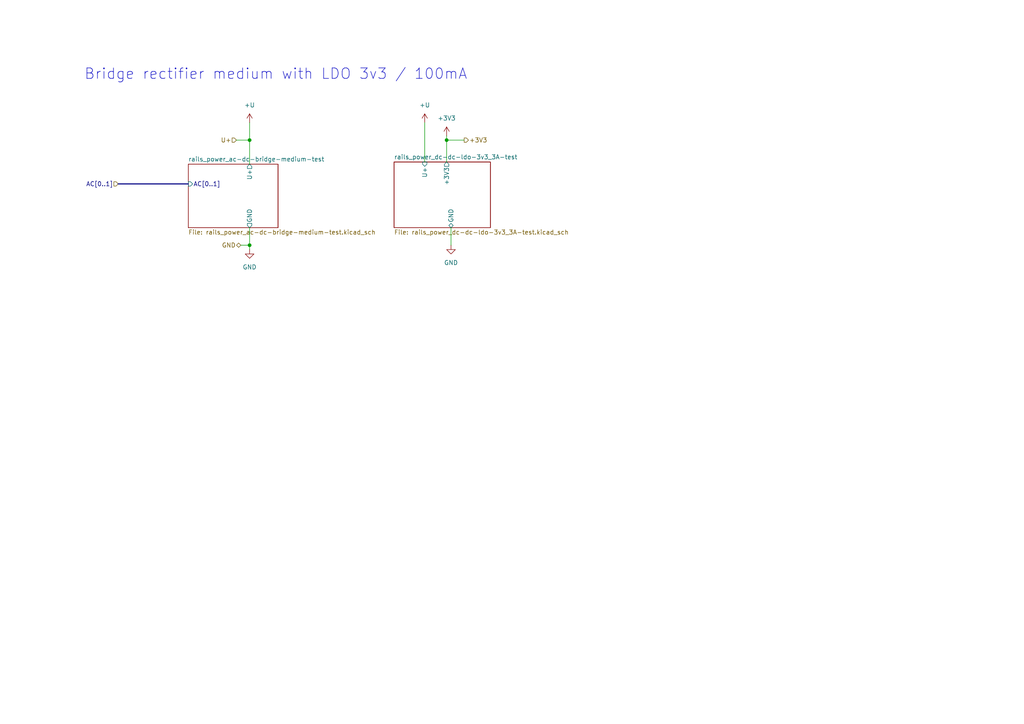
<source format=kicad_sch>
(kicad_sch (version 20231120) (generator "eeschema") (generator_version "8.0")
  (paper "A4")
  (title_block (title "xDuinoRail - LocDecoder - Development Kit") (date "2024-10-09") (rev "v0.2") (company "Chatelain Engineering, Bern - CH"))
  (lib_symbols
    (symbol "power:+3V3" (power) (pin_names (offset 0))
      (property "Value" "+3V3" (at 0 3.556 0))
      (symbol "+3V3_0_1"
        (polyline (pts (xy -0.762 1.27) (xy 0 2.54)))
        (polyline (pts (xy 0 0) (xy 0 2.54)))
        (polyline (pts (xy 0 2.54) (xy 0.762 1.27)))
      )
      (symbol "+3V3_1_1"
        (pin power_in line (at 0 0 90) (length 0) hide (name "+3V3") (number "1"))
      )
    )
    (symbol "power:GND" (power) (pin_names (offset 0))
      (property "Value" "GND" (at 0 -3.81 0))
      (symbol "GND_0_1"
        (polyline (pts (xy 0 0) (xy 0 -1.27) (xy 1.27 -1.27) (xy 0 -2.54) (xy -1.27 -1.27) (xy 0 -1.27)))
      )
      (symbol "GND_1_1"
        (pin power_in line (at 0 0 270) (length 0) hide (name "GND") (number "1"))
      )
    )
    (symbol "power:VCC" (power) (pin_names (offset 0))
      (property "Value" "VCC" (at 0 3.81 0))
      (symbol "VCC_0_1"
        (polyline (pts (xy -0.762 1.27) (xy 0 2.54)))
        (polyline (pts (xy 0 0) (xy 0 2.54)))
        (polyline (pts (xy 0 2.54) (xy 0.762 1.27)))
      )
      (symbol "VCC_1_1"
        (pin power_in line (at 0 0 90) (length 0) hide (name "VCC") (number "1"))
      )
    )
  )
  (junction (at 72.39 71.12))
  (junction (at 129.54 40.64))
  (junction (at 72.39 40.64))
  (wire (pts (xy 69.85 71.12) (xy 72.39 71.12)))
  (wire (pts (xy 130.81 66.04) (xy 130.81 71.12)))
  (wire (pts (xy 129.54 40.64) (xy 129.54 46.99)))
  (wire (pts (xy 123.19 35.56) (xy 123.19 46.99)))
  (wire (pts (xy 129.54 39.37) (xy 129.54 40.64)))
  (wire (pts (xy 72.39 35.56) (xy 72.39 40.64)))
  (wire (pts (xy 129.54 40.64) (xy 134.62 40.64)))
  (wire (pts (xy 72.39 71.12) (xy 72.39 72.39)))
  (wire (pts (xy 72.39 40.64) (xy 72.39 47.625)))
  (wire (pts (xy 68.58 40.64) (xy 72.39 40.64)))
  (wire (pts (xy 72.39 66.04) (xy 72.39 71.12)))
  (bus (pts (xy 34.29 53.34) (xy 54.61 53.34)))
  (text "Bridge rectifier medium with LDO 3v3 / 100mA\n" (at 80.01 21.59 0) (effects (font (size 3.048 3.048))))
  (hierarchical_label "U+" (shape input) (at 68.58 40.64 180))
  (hierarchical_label "AC[0..1]" (shape input) (at 34.29 53.34 180))
  (hierarchical_label "GND" (shape bidirectional) (at 69.85 71.12 180))
  (hierarchical_label "+3V3" (shape output) (at 134.62 40.64 0))
  (symbol (lib_id "power:VCC") (at 72.39 35.56 0) (unit 1)
    (property "Reference" "#PWR0501" (effects (hide yes)))
    (property "Value" "+U" (at 72.39 30.48 0))
    (property "Description" "Power symbol creates a global label with name \"VCC\"" (effects (hide yes)))
  )
  (symbol (lib_id "power:VCC") (at 123.19 35.56 0) (unit 1)
    (property "Reference" "#PWR0503" (effects (hide yes)))
    (property "Value" "+U" (at 123.19 30.48 0))
    (property "Description" "Power symbol creates a global label with name \"VCC\"" (effects (hide yes)))
  )
  (symbol (lib_id "power:+3V3") (at 129.54 39.37 0) (unit 1)
    (property "Reference" "#PWR0504" (effects (hide yes)))
    (property "Value" "+3V3" (at 129.54 34.29 0))
    (property "Description" "Power symbol creates a global label with name \"+3V3\"" (effects (hide yes)))
  )
  (symbol (lib_id "power:GND") (at 130.81 71.12 0) (unit 1)
    (property "Reference" "#PWR0505" (effects (hide yes)))
    (property "Value" "GND" (at 130.81 76.2 0))
    (property "Description" "Power symbol creates a global label with name \"GND\" , ground" (effects (hide yes)))
  )
  (symbol (lib_id "power:GND") (at 72.39 72.39 0) (unit 1)
    (property "Reference" "#PWR0502" (effects (hide yes)))
    (property "Value" "GND" (at 72.39 77.47 0))
    (property "Description" "Power symbol creates a global label with name \"GND\" , ground" (effects (hide yes)))
  )
  (sheet (at 54.61 47.625) (size 26.035 18.415) (stroke (width 0.1524))
    (property "Sheetname" "rails_power_ac-dc-bridge-medium-test" (at 54.61 46.9134 0) (effects (justify left bottom)))
    (property "Sheetfile" "rails_power_ac-dc-bridge-medium-test.kicad_sch" (at 54.61 66.6246 0) (effects (justify left top)))
    (pin "AC[0..1]" input (at 54.61 53.34 180))
    (pin "U+" output (at 72.39 47.625 90))
    (pin "GND" output (at 72.39 66.04 270))
  )
  (sheet (at 114.3 46.99) (size 27.94 19.05) (stroke (width 0.1524))
    (property "Sheetname" "rails_power_dc-dc-ldo-3v3_3A-test" (at 114.3 46.2784 0) (effects (justify left bottom)))
    (property "Sheetfile" "rails_power_dc-dc-ldo-3v3_3A-test.kicad_sch" (at 114.3 66.6246 0) (effects (justify left top)))
    (pin "+3V3" output (at 129.54 46.99 90))
    (pin "U+" input (at 123.19 46.99 90))
    (pin "GND" bidirectional (at 130.81 66.04 270))
  )
)
</source>
